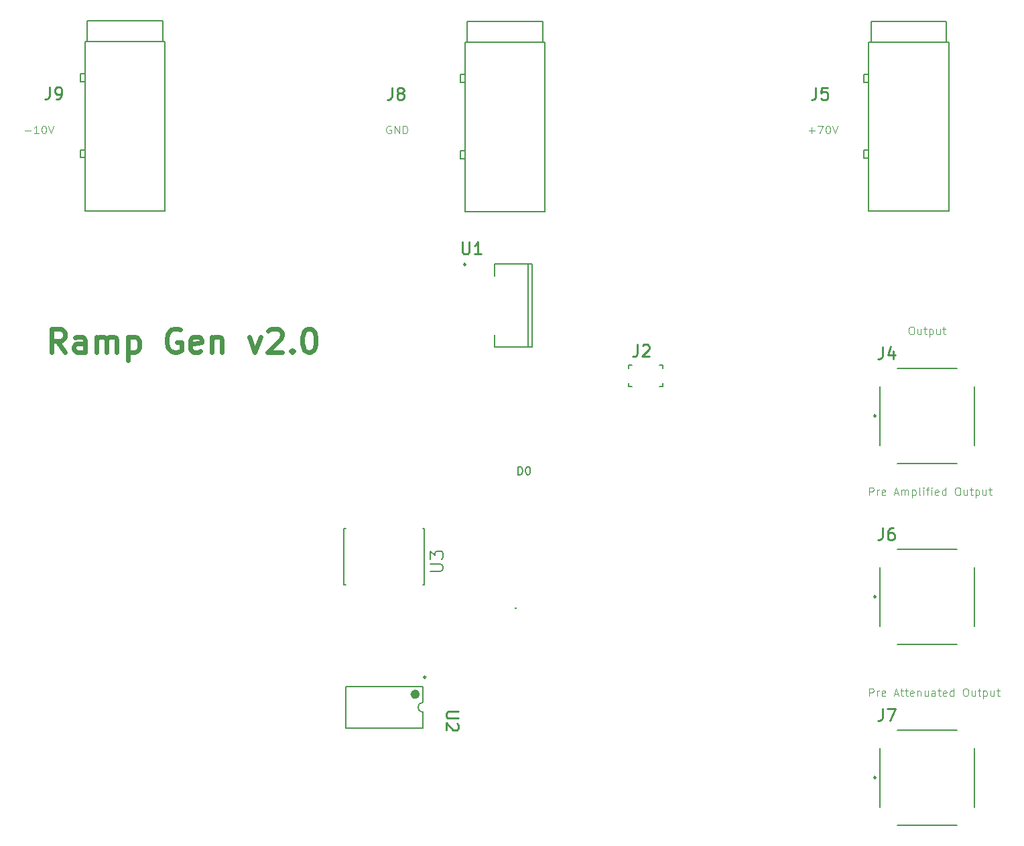
<source format=gbr>
%TF.GenerationSoftware,KiCad,Pcbnew,7.0.9*%
%TF.CreationDate,2024-01-29T17:49:06-08:00*%
%TF.ProjectId,V2_rampGen,56325f72-616d-4704-9765-6e2e6b696361,rev?*%
%TF.SameCoordinates,Original*%
%TF.FileFunction,Legend,Top*%
%TF.FilePolarity,Positive*%
%FSLAX46Y46*%
G04 Gerber Fmt 4.6, Leading zero omitted, Abs format (unit mm)*
G04 Created by KiCad (PCBNEW 7.0.9) date 2024-01-29 17:49:06*
%MOMM*%
%LPD*%
G01*
G04 APERTURE LIST*
%ADD10C,0.100000*%
%ADD11C,0.600000*%
%ADD12C,0.254000*%
%ADD13C,0.150000*%
%ADD14C,0.200000*%
%ADD15C,0.250000*%
%ADD16C,0.152400*%
G04 APERTURE END LIST*
D10*
X53643884Y-52831466D02*
X54405789Y-52831466D01*
X55405788Y-53212419D02*
X54834360Y-53212419D01*
X55120074Y-53212419D02*
X55120074Y-52212419D01*
X55120074Y-52212419D02*
X55024836Y-52355276D01*
X55024836Y-52355276D02*
X54929598Y-52450514D01*
X54929598Y-52450514D02*
X54834360Y-52498133D01*
X56024836Y-52212419D02*
X56120074Y-52212419D01*
X56120074Y-52212419D02*
X56215312Y-52260038D01*
X56215312Y-52260038D02*
X56262931Y-52307657D01*
X56262931Y-52307657D02*
X56310550Y-52402895D01*
X56310550Y-52402895D02*
X56358169Y-52593371D01*
X56358169Y-52593371D02*
X56358169Y-52831466D01*
X56358169Y-52831466D02*
X56310550Y-53021942D01*
X56310550Y-53021942D02*
X56262931Y-53117180D01*
X56262931Y-53117180D02*
X56215312Y-53164800D01*
X56215312Y-53164800D02*
X56120074Y-53212419D01*
X56120074Y-53212419D02*
X56024836Y-53212419D01*
X56024836Y-53212419D02*
X55929598Y-53164800D01*
X55929598Y-53164800D02*
X55881979Y-53117180D01*
X55881979Y-53117180D02*
X55834360Y-53021942D01*
X55834360Y-53021942D02*
X55786741Y-52831466D01*
X55786741Y-52831466D02*
X55786741Y-52593371D01*
X55786741Y-52593371D02*
X55834360Y-52402895D01*
X55834360Y-52402895D02*
X55881979Y-52307657D01*
X55881979Y-52307657D02*
X55929598Y-52260038D01*
X55929598Y-52260038D02*
X56024836Y-52212419D01*
X56643884Y-52212419D02*
X56977217Y-53212419D01*
X56977217Y-53212419D02*
X57310550Y-52212419D01*
X99887693Y-52260038D02*
X99792455Y-52212419D01*
X99792455Y-52212419D02*
X99649598Y-52212419D01*
X99649598Y-52212419D02*
X99506741Y-52260038D01*
X99506741Y-52260038D02*
X99411503Y-52355276D01*
X99411503Y-52355276D02*
X99363884Y-52450514D01*
X99363884Y-52450514D02*
X99316265Y-52640990D01*
X99316265Y-52640990D02*
X99316265Y-52783847D01*
X99316265Y-52783847D02*
X99363884Y-52974323D01*
X99363884Y-52974323D02*
X99411503Y-53069561D01*
X99411503Y-53069561D02*
X99506741Y-53164800D01*
X99506741Y-53164800D02*
X99649598Y-53212419D01*
X99649598Y-53212419D02*
X99744836Y-53212419D01*
X99744836Y-53212419D02*
X99887693Y-53164800D01*
X99887693Y-53164800D02*
X99935312Y-53117180D01*
X99935312Y-53117180D02*
X99935312Y-52783847D01*
X99935312Y-52783847D02*
X99744836Y-52783847D01*
X100363884Y-53212419D02*
X100363884Y-52212419D01*
X100363884Y-52212419D02*
X100935312Y-53212419D01*
X100935312Y-53212419D02*
X100935312Y-52212419D01*
X101411503Y-53212419D02*
X101411503Y-52212419D01*
X101411503Y-52212419D02*
X101649598Y-52212419D01*
X101649598Y-52212419D02*
X101792455Y-52260038D01*
X101792455Y-52260038D02*
X101887693Y-52355276D01*
X101887693Y-52355276D02*
X101935312Y-52450514D01*
X101935312Y-52450514D02*
X101982931Y-52640990D01*
X101982931Y-52640990D02*
X101982931Y-52783847D01*
X101982931Y-52783847D02*
X101935312Y-52974323D01*
X101935312Y-52974323D02*
X101887693Y-53069561D01*
X101887693Y-53069561D02*
X101792455Y-53164800D01*
X101792455Y-53164800D02*
X101649598Y-53212419D01*
X101649598Y-53212419D02*
X101411503Y-53212419D01*
X160323884Y-124332419D02*
X160323884Y-123332419D01*
X160323884Y-123332419D02*
X160704836Y-123332419D01*
X160704836Y-123332419D02*
X160800074Y-123380038D01*
X160800074Y-123380038D02*
X160847693Y-123427657D01*
X160847693Y-123427657D02*
X160895312Y-123522895D01*
X160895312Y-123522895D02*
X160895312Y-123665752D01*
X160895312Y-123665752D02*
X160847693Y-123760990D01*
X160847693Y-123760990D02*
X160800074Y-123808609D01*
X160800074Y-123808609D02*
X160704836Y-123856228D01*
X160704836Y-123856228D02*
X160323884Y-123856228D01*
X161323884Y-124332419D02*
X161323884Y-123665752D01*
X161323884Y-123856228D02*
X161371503Y-123760990D01*
X161371503Y-123760990D02*
X161419122Y-123713371D01*
X161419122Y-123713371D02*
X161514360Y-123665752D01*
X161514360Y-123665752D02*
X161609598Y-123665752D01*
X162323884Y-124284800D02*
X162228646Y-124332419D01*
X162228646Y-124332419D02*
X162038170Y-124332419D01*
X162038170Y-124332419D02*
X161942932Y-124284800D01*
X161942932Y-124284800D02*
X161895313Y-124189561D01*
X161895313Y-124189561D02*
X161895313Y-123808609D01*
X161895313Y-123808609D02*
X161942932Y-123713371D01*
X161942932Y-123713371D02*
X162038170Y-123665752D01*
X162038170Y-123665752D02*
X162228646Y-123665752D01*
X162228646Y-123665752D02*
X162323884Y-123713371D01*
X162323884Y-123713371D02*
X162371503Y-123808609D01*
X162371503Y-123808609D02*
X162371503Y-123903847D01*
X162371503Y-123903847D02*
X161895313Y-123999085D01*
X163514361Y-124046704D02*
X163990551Y-124046704D01*
X163419123Y-124332419D02*
X163752456Y-123332419D01*
X163752456Y-123332419D02*
X164085789Y-124332419D01*
X164276266Y-123665752D02*
X164657218Y-123665752D01*
X164419123Y-123332419D02*
X164419123Y-124189561D01*
X164419123Y-124189561D02*
X164466742Y-124284800D01*
X164466742Y-124284800D02*
X164561980Y-124332419D01*
X164561980Y-124332419D02*
X164657218Y-124332419D01*
X164847695Y-123665752D02*
X165228647Y-123665752D01*
X164990552Y-123332419D02*
X164990552Y-124189561D01*
X164990552Y-124189561D02*
X165038171Y-124284800D01*
X165038171Y-124284800D02*
X165133409Y-124332419D01*
X165133409Y-124332419D02*
X165228647Y-124332419D01*
X165942933Y-124284800D02*
X165847695Y-124332419D01*
X165847695Y-124332419D02*
X165657219Y-124332419D01*
X165657219Y-124332419D02*
X165561981Y-124284800D01*
X165561981Y-124284800D02*
X165514362Y-124189561D01*
X165514362Y-124189561D02*
X165514362Y-123808609D01*
X165514362Y-123808609D02*
X165561981Y-123713371D01*
X165561981Y-123713371D02*
X165657219Y-123665752D01*
X165657219Y-123665752D02*
X165847695Y-123665752D01*
X165847695Y-123665752D02*
X165942933Y-123713371D01*
X165942933Y-123713371D02*
X165990552Y-123808609D01*
X165990552Y-123808609D02*
X165990552Y-123903847D01*
X165990552Y-123903847D02*
X165514362Y-123999085D01*
X166419124Y-123665752D02*
X166419124Y-124332419D01*
X166419124Y-123760990D02*
X166466743Y-123713371D01*
X166466743Y-123713371D02*
X166561981Y-123665752D01*
X166561981Y-123665752D02*
X166704838Y-123665752D01*
X166704838Y-123665752D02*
X166800076Y-123713371D01*
X166800076Y-123713371D02*
X166847695Y-123808609D01*
X166847695Y-123808609D02*
X166847695Y-124332419D01*
X167752457Y-123665752D02*
X167752457Y-124332419D01*
X167323886Y-123665752D02*
X167323886Y-124189561D01*
X167323886Y-124189561D02*
X167371505Y-124284800D01*
X167371505Y-124284800D02*
X167466743Y-124332419D01*
X167466743Y-124332419D02*
X167609600Y-124332419D01*
X167609600Y-124332419D02*
X167704838Y-124284800D01*
X167704838Y-124284800D02*
X167752457Y-124237180D01*
X168657219Y-124332419D02*
X168657219Y-123808609D01*
X168657219Y-123808609D02*
X168609600Y-123713371D01*
X168609600Y-123713371D02*
X168514362Y-123665752D01*
X168514362Y-123665752D02*
X168323886Y-123665752D01*
X168323886Y-123665752D02*
X168228648Y-123713371D01*
X168657219Y-124284800D02*
X168561981Y-124332419D01*
X168561981Y-124332419D02*
X168323886Y-124332419D01*
X168323886Y-124332419D02*
X168228648Y-124284800D01*
X168228648Y-124284800D02*
X168181029Y-124189561D01*
X168181029Y-124189561D02*
X168181029Y-124094323D01*
X168181029Y-124094323D02*
X168228648Y-123999085D01*
X168228648Y-123999085D02*
X168323886Y-123951466D01*
X168323886Y-123951466D02*
X168561981Y-123951466D01*
X168561981Y-123951466D02*
X168657219Y-123903847D01*
X168990553Y-123665752D02*
X169371505Y-123665752D01*
X169133410Y-123332419D02*
X169133410Y-124189561D01*
X169133410Y-124189561D02*
X169181029Y-124284800D01*
X169181029Y-124284800D02*
X169276267Y-124332419D01*
X169276267Y-124332419D02*
X169371505Y-124332419D01*
X170085791Y-124284800D02*
X169990553Y-124332419D01*
X169990553Y-124332419D02*
X169800077Y-124332419D01*
X169800077Y-124332419D02*
X169704839Y-124284800D01*
X169704839Y-124284800D02*
X169657220Y-124189561D01*
X169657220Y-124189561D02*
X169657220Y-123808609D01*
X169657220Y-123808609D02*
X169704839Y-123713371D01*
X169704839Y-123713371D02*
X169800077Y-123665752D01*
X169800077Y-123665752D02*
X169990553Y-123665752D01*
X169990553Y-123665752D02*
X170085791Y-123713371D01*
X170085791Y-123713371D02*
X170133410Y-123808609D01*
X170133410Y-123808609D02*
X170133410Y-123903847D01*
X170133410Y-123903847D02*
X169657220Y-123999085D01*
X170990553Y-124332419D02*
X170990553Y-123332419D01*
X170990553Y-124284800D02*
X170895315Y-124332419D01*
X170895315Y-124332419D02*
X170704839Y-124332419D01*
X170704839Y-124332419D02*
X170609601Y-124284800D01*
X170609601Y-124284800D02*
X170561982Y-124237180D01*
X170561982Y-124237180D02*
X170514363Y-124141942D01*
X170514363Y-124141942D02*
X170514363Y-123856228D01*
X170514363Y-123856228D02*
X170561982Y-123760990D01*
X170561982Y-123760990D02*
X170609601Y-123713371D01*
X170609601Y-123713371D02*
X170704839Y-123665752D01*
X170704839Y-123665752D02*
X170895315Y-123665752D01*
X170895315Y-123665752D02*
X170990553Y-123713371D01*
X172419125Y-123332419D02*
X172609601Y-123332419D01*
X172609601Y-123332419D02*
X172704839Y-123380038D01*
X172704839Y-123380038D02*
X172800077Y-123475276D01*
X172800077Y-123475276D02*
X172847696Y-123665752D01*
X172847696Y-123665752D02*
X172847696Y-123999085D01*
X172847696Y-123999085D02*
X172800077Y-124189561D01*
X172800077Y-124189561D02*
X172704839Y-124284800D01*
X172704839Y-124284800D02*
X172609601Y-124332419D01*
X172609601Y-124332419D02*
X172419125Y-124332419D01*
X172419125Y-124332419D02*
X172323887Y-124284800D01*
X172323887Y-124284800D02*
X172228649Y-124189561D01*
X172228649Y-124189561D02*
X172181030Y-123999085D01*
X172181030Y-123999085D02*
X172181030Y-123665752D01*
X172181030Y-123665752D02*
X172228649Y-123475276D01*
X172228649Y-123475276D02*
X172323887Y-123380038D01*
X172323887Y-123380038D02*
X172419125Y-123332419D01*
X173704839Y-123665752D02*
X173704839Y-124332419D01*
X173276268Y-123665752D02*
X173276268Y-124189561D01*
X173276268Y-124189561D02*
X173323887Y-124284800D01*
X173323887Y-124284800D02*
X173419125Y-124332419D01*
X173419125Y-124332419D02*
X173561982Y-124332419D01*
X173561982Y-124332419D02*
X173657220Y-124284800D01*
X173657220Y-124284800D02*
X173704839Y-124237180D01*
X174038173Y-123665752D02*
X174419125Y-123665752D01*
X174181030Y-123332419D02*
X174181030Y-124189561D01*
X174181030Y-124189561D02*
X174228649Y-124284800D01*
X174228649Y-124284800D02*
X174323887Y-124332419D01*
X174323887Y-124332419D02*
X174419125Y-124332419D01*
X174752459Y-123665752D02*
X174752459Y-124665752D01*
X174752459Y-123713371D02*
X174847697Y-123665752D01*
X174847697Y-123665752D02*
X175038173Y-123665752D01*
X175038173Y-123665752D02*
X175133411Y-123713371D01*
X175133411Y-123713371D02*
X175181030Y-123760990D01*
X175181030Y-123760990D02*
X175228649Y-123856228D01*
X175228649Y-123856228D02*
X175228649Y-124141942D01*
X175228649Y-124141942D02*
X175181030Y-124237180D01*
X175181030Y-124237180D02*
X175133411Y-124284800D01*
X175133411Y-124284800D02*
X175038173Y-124332419D01*
X175038173Y-124332419D02*
X174847697Y-124332419D01*
X174847697Y-124332419D02*
X174752459Y-124284800D01*
X176085792Y-123665752D02*
X176085792Y-124332419D01*
X175657221Y-123665752D02*
X175657221Y-124189561D01*
X175657221Y-124189561D02*
X175704840Y-124284800D01*
X175704840Y-124284800D02*
X175800078Y-124332419D01*
X175800078Y-124332419D02*
X175942935Y-124332419D01*
X175942935Y-124332419D02*
X176038173Y-124284800D01*
X176038173Y-124284800D02*
X176085792Y-124237180D01*
X176419126Y-123665752D02*
X176800078Y-123665752D01*
X176561983Y-123332419D02*
X176561983Y-124189561D01*
X176561983Y-124189561D02*
X176609602Y-124284800D01*
X176609602Y-124284800D02*
X176704840Y-124332419D01*
X176704840Y-124332419D02*
X176800078Y-124332419D01*
X160323884Y-98932419D02*
X160323884Y-97932419D01*
X160323884Y-97932419D02*
X160704836Y-97932419D01*
X160704836Y-97932419D02*
X160800074Y-97980038D01*
X160800074Y-97980038D02*
X160847693Y-98027657D01*
X160847693Y-98027657D02*
X160895312Y-98122895D01*
X160895312Y-98122895D02*
X160895312Y-98265752D01*
X160895312Y-98265752D02*
X160847693Y-98360990D01*
X160847693Y-98360990D02*
X160800074Y-98408609D01*
X160800074Y-98408609D02*
X160704836Y-98456228D01*
X160704836Y-98456228D02*
X160323884Y-98456228D01*
X161323884Y-98932419D02*
X161323884Y-98265752D01*
X161323884Y-98456228D02*
X161371503Y-98360990D01*
X161371503Y-98360990D02*
X161419122Y-98313371D01*
X161419122Y-98313371D02*
X161514360Y-98265752D01*
X161514360Y-98265752D02*
X161609598Y-98265752D01*
X162323884Y-98884800D02*
X162228646Y-98932419D01*
X162228646Y-98932419D02*
X162038170Y-98932419D01*
X162038170Y-98932419D02*
X161942932Y-98884800D01*
X161942932Y-98884800D02*
X161895313Y-98789561D01*
X161895313Y-98789561D02*
X161895313Y-98408609D01*
X161895313Y-98408609D02*
X161942932Y-98313371D01*
X161942932Y-98313371D02*
X162038170Y-98265752D01*
X162038170Y-98265752D02*
X162228646Y-98265752D01*
X162228646Y-98265752D02*
X162323884Y-98313371D01*
X162323884Y-98313371D02*
X162371503Y-98408609D01*
X162371503Y-98408609D02*
X162371503Y-98503847D01*
X162371503Y-98503847D02*
X161895313Y-98599085D01*
X163514361Y-98646704D02*
X163990551Y-98646704D01*
X163419123Y-98932419D02*
X163752456Y-97932419D01*
X163752456Y-97932419D02*
X164085789Y-98932419D01*
X164419123Y-98932419D02*
X164419123Y-98265752D01*
X164419123Y-98360990D02*
X164466742Y-98313371D01*
X164466742Y-98313371D02*
X164561980Y-98265752D01*
X164561980Y-98265752D02*
X164704837Y-98265752D01*
X164704837Y-98265752D02*
X164800075Y-98313371D01*
X164800075Y-98313371D02*
X164847694Y-98408609D01*
X164847694Y-98408609D02*
X164847694Y-98932419D01*
X164847694Y-98408609D02*
X164895313Y-98313371D01*
X164895313Y-98313371D02*
X164990551Y-98265752D01*
X164990551Y-98265752D02*
X165133408Y-98265752D01*
X165133408Y-98265752D02*
X165228647Y-98313371D01*
X165228647Y-98313371D02*
X165276266Y-98408609D01*
X165276266Y-98408609D02*
X165276266Y-98932419D01*
X165752456Y-98265752D02*
X165752456Y-99265752D01*
X165752456Y-98313371D02*
X165847694Y-98265752D01*
X165847694Y-98265752D02*
X166038170Y-98265752D01*
X166038170Y-98265752D02*
X166133408Y-98313371D01*
X166133408Y-98313371D02*
X166181027Y-98360990D01*
X166181027Y-98360990D02*
X166228646Y-98456228D01*
X166228646Y-98456228D02*
X166228646Y-98741942D01*
X166228646Y-98741942D02*
X166181027Y-98837180D01*
X166181027Y-98837180D02*
X166133408Y-98884800D01*
X166133408Y-98884800D02*
X166038170Y-98932419D01*
X166038170Y-98932419D02*
X165847694Y-98932419D01*
X165847694Y-98932419D02*
X165752456Y-98884800D01*
X166800075Y-98932419D02*
X166704837Y-98884800D01*
X166704837Y-98884800D02*
X166657218Y-98789561D01*
X166657218Y-98789561D02*
X166657218Y-97932419D01*
X167181028Y-98932419D02*
X167181028Y-98265752D01*
X167181028Y-97932419D02*
X167133409Y-97980038D01*
X167133409Y-97980038D02*
X167181028Y-98027657D01*
X167181028Y-98027657D02*
X167228647Y-97980038D01*
X167228647Y-97980038D02*
X167181028Y-97932419D01*
X167181028Y-97932419D02*
X167181028Y-98027657D01*
X167514361Y-98265752D02*
X167895313Y-98265752D01*
X167657218Y-98932419D02*
X167657218Y-98075276D01*
X167657218Y-98075276D02*
X167704837Y-97980038D01*
X167704837Y-97980038D02*
X167800075Y-97932419D01*
X167800075Y-97932419D02*
X167895313Y-97932419D01*
X168228647Y-98932419D02*
X168228647Y-98265752D01*
X168228647Y-97932419D02*
X168181028Y-97980038D01*
X168181028Y-97980038D02*
X168228647Y-98027657D01*
X168228647Y-98027657D02*
X168276266Y-97980038D01*
X168276266Y-97980038D02*
X168228647Y-97932419D01*
X168228647Y-97932419D02*
X168228647Y-98027657D01*
X169085789Y-98884800D02*
X168990551Y-98932419D01*
X168990551Y-98932419D02*
X168800075Y-98932419D01*
X168800075Y-98932419D02*
X168704837Y-98884800D01*
X168704837Y-98884800D02*
X168657218Y-98789561D01*
X168657218Y-98789561D02*
X168657218Y-98408609D01*
X168657218Y-98408609D02*
X168704837Y-98313371D01*
X168704837Y-98313371D02*
X168800075Y-98265752D01*
X168800075Y-98265752D02*
X168990551Y-98265752D01*
X168990551Y-98265752D02*
X169085789Y-98313371D01*
X169085789Y-98313371D02*
X169133408Y-98408609D01*
X169133408Y-98408609D02*
X169133408Y-98503847D01*
X169133408Y-98503847D02*
X168657218Y-98599085D01*
X169990551Y-98932419D02*
X169990551Y-97932419D01*
X169990551Y-98884800D02*
X169895313Y-98932419D01*
X169895313Y-98932419D02*
X169704837Y-98932419D01*
X169704837Y-98932419D02*
X169609599Y-98884800D01*
X169609599Y-98884800D02*
X169561980Y-98837180D01*
X169561980Y-98837180D02*
X169514361Y-98741942D01*
X169514361Y-98741942D02*
X169514361Y-98456228D01*
X169514361Y-98456228D02*
X169561980Y-98360990D01*
X169561980Y-98360990D02*
X169609599Y-98313371D01*
X169609599Y-98313371D02*
X169704837Y-98265752D01*
X169704837Y-98265752D02*
X169895313Y-98265752D01*
X169895313Y-98265752D02*
X169990551Y-98313371D01*
X171419123Y-97932419D02*
X171609599Y-97932419D01*
X171609599Y-97932419D02*
X171704837Y-97980038D01*
X171704837Y-97980038D02*
X171800075Y-98075276D01*
X171800075Y-98075276D02*
X171847694Y-98265752D01*
X171847694Y-98265752D02*
X171847694Y-98599085D01*
X171847694Y-98599085D02*
X171800075Y-98789561D01*
X171800075Y-98789561D02*
X171704837Y-98884800D01*
X171704837Y-98884800D02*
X171609599Y-98932419D01*
X171609599Y-98932419D02*
X171419123Y-98932419D01*
X171419123Y-98932419D02*
X171323885Y-98884800D01*
X171323885Y-98884800D02*
X171228647Y-98789561D01*
X171228647Y-98789561D02*
X171181028Y-98599085D01*
X171181028Y-98599085D02*
X171181028Y-98265752D01*
X171181028Y-98265752D02*
X171228647Y-98075276D01*
X171228647Y-98075276D02*
X171323885Y-97980038D01*
X171323885Y-97980038D02*
X171419123Y-97932419D01*
X172704837Y-98265752D02*
X172704837Y-98932419D01*
X172276266Y-98265752D02*
X172276266Y-98789561D01*
X172276266Y-98789561D02*
X172323885Y-98884800D01*
X172323885Y-98884800D02*
X172419123Y-98932419D01*
X172419123Y-98932419D02*
X172561980Y-98932419D01*
X172561980Y-98932419D02*
X172657218Y-98884800D01*
X172657218Y-98884800D02*
X172704837Y-98837180D01*
X173038171Y-98265752D02*
X173419123Y-98265752D01*
X173181028Y-97932419D02*
X173181028Y-98789561D01*
X173181028Y-98789561D02*
X173228647Y-98884800D01*
X173228647Y-98884800D02*
X173323885Y-98932419D01*
X173323885Y-98932419D02*
X173419123Y-98932419D01*
X173752457Y-98265752D02*
X173752457Y-99265752D01*
X173752457Y-98313371D02*
X173847695Y-98265752D01*
X173847695Y-98265752D02*
X174038171Y-98265752D01*
X174038171Y-98265752D02*
X174133409Y-98313371D01*
X174133409Y-98313371D02*
X174181028Y-98360990D01*
X174181028Y-98360990D02*
X174228647Y-98456228D01*
X174228647Y-98456228D02*
X174228647Y-98741942D01*
X174228647Y-98741942D02*
X174181028Y-98837180D01*
X174181028Y-98837180D02*
X174133409Y-98884800D01*
X174133409Y-98884800D02*
X174038171Y-98932419D01*
X174038171Y-98932419D02*
X173847695Y-98932419D01*
X173847695Y-98932419D02*
X173752457Y-98884800D01*
X175085790Y-98265752D02*
X175085790Y-98932419D01*
X174657219Y-98265752D02*
X174657219Y-98789561D01*
X174657219Y-98789561D02*
X174704838Y-98884800D01*
X174704838Y-98884800D02*
X174800076Y-98932419D01*
X174800076Y-98932419D02*
X174942933Y-98932419D01*
X174942933Y-98932419D02*
X175038171Y-98884800D01*
X175038171Y-98884800D02*
X175085790Y-98837180D01*
X175419124Y-98265752D02*
X175800076Y-98265752D01*
X175561981Y-97932419D02*
X175561981Y-98789561D01*
X175561981Y-98789561D02*
X175609600Y-98884800D01*
X175609600Y-98884800D02*
X175704838Y-98932419D01*
X175704838Y-98932419D02*
X175800076Y-98932419D01*
X152703884Y-52831466D02*
X153465789Y-52831466D01*
X153084836Y-53212419D02*
X153084836Y-52450514D01*
X153846741Y-52212419D02*
X154513407Y-52212419D01*
X154513407Y-52212419D02*
X154084836Y-53212419D01*
X155084836Y-52212419D02*
X155180074Y-52212419D01*
X155180074Y-52212419D02*
X155275312Y-52260038D01*
X155275312Y-52260038D02*
X155322931Y-52307657D01*
X155322931Y-52307657D02*
X155370550Y-52402895D01*
X155370550Y-52402895D02*
X155418169Y-52593371D01*
X155418169Y-52593371D02*
X155418169Y-52831466D01*
X155418169Y-52831466D02*
X155370550Y-53021942D01*
X155370550Y-53021942D02*
X155322931Y-53117180D01*
X155322931Y-53117180D02*
X155275312Y-53164800D01*
X155275312Y-53164800D02*
X155180074Y-53212419D01*
X155180074Y-53212419D02*
X155084836Y-53212419D01*
X155084836Y-53212419D02*
X154989598Y-53164800D01*
X154989598Y-53164800D02*
X154941979Y-53117180D01*
X154941979Y-53117180D02*
X154894360Y-53021942D01*
X154894360Y-53021942D02*
X154846741Y-52831466D01*
X154846741Y-52831466D02*
X154846741Y-52593371D01*
X154846741Y-52593371D02*
X154894360Y-52402895D01*
X154894360Y-52402895D02*
X154941979Y-52307657D01*
X154941979Y-52307657D02*
X154989598Y-52260038D01*
X154989598Y-52260038D02*
X155084836Y-52212419D01*
X155703884Y-52212419D02*
X156037217Y-53212419D01*
X156037217Y-53212419D02*
X156370550Y-52212419D01*
X165594360Y-77612419D02*
X165784836Y-77612419D01*
X165784836Y-77612419D02*
X165880074Y-77660038D01*
X165880074Y-77660038D02*
X165975312Y-77755276D01*
X165975312Y-77755276D02*
X166022931Y-77945752D01*
X166022931Y-77945752D02*
X166022931Y-78279085D01*
X166022931Y-78279085D02*
X165975312Y-78469561D01*
X165975312Y-78469561D02*
X165880074Y-78564800D01*
X165880074Y-78564800D02*
X165784836Y-78612419D01*
X165784836Y-78612419D02*
X165594360Y-78612419D01*
X165594360Y-78612419D02*
X165499122Y-78564800D01*
X165499122Y-78564800D02*
X165403884Y-78469561D01*
X165403884Y-78469561D02*
X165356265Y-78279085D01*
X165356265Y-78279085D02*
X165356265Y-77945752D01*
X165356265Y-77945752D02*
X165403884Y-77755276D01*
X165403884Y-77755276D02*
X165499122Y-77660038D01*
X165499122Y-77660038D02*
X165594360Y-77612419D01*
X166880074Y-77945752D02*
X166880074Y-78612419D01*
X166451503Y-77945752D02*
X166451503Y-78469561D01*
X166451503Y-78469561D02*
X166499122Y-78564800D01*
X166499122Y-78564800D02*
X166594360Y-78612419D01*
X166594360Y-78612419D02*
X166737217Y-78612419D01*
X166737217Y-78612419D02*
X166832455Y-78564800D01*
X166832455Y-78564800D02*
X166880074Y-78517180D01*
X167213408Y-77945752D02*
X167594360Y-77945752D01*
X167356265Y-77612419D02*
X167356265Y-78469561D01*
X167356265Y-78469561D02*
X167403884Y-78564800D01*
X167403884Y-78564800D02*
X167499122Y-78612419D01*
X167499122Y-78612419D02*
X167594360Y-78612419D01*
X167927694Y-77945752D02*
X167927694Y-78945752D01*
X167927694Y-77993371D02*
X168022932Y-77945752D01*
X168022932Y-77945752D02*
X168213408Y-77945752D01*
X168213408Y-77945752D02*
X168308646Y-77993371D01*
X168308646Y-77993371D02*
X168356265Y-78040990D01*
X168356265Y-78040990D02*
X168403884Y-78136228D01*
X168403884Y-78136228D02*
X168403884Y-78421942D01*
X168403884Y-78421942D02*
X168356265Y-78517180D01*
X168356265Y-78517180D02*
X168308646Y-78564800D01*
X168308646Y-78564800D02*
X168213408Y-78612419D01*
X168213408Y-78612419D02*
X168022932Y-78612419D01*
X168022932Y-78612419D02*
X167927694Y-78564800D01*
X169261027Y-77945752D02*
X169261027Y-78612419D01*
X168832456Y-77945752D02*
X168832456Y-78469561D01*
X168832456Y-78469561D02*
X168880075Y-78564800D01*
X168880075Y-78564800D02*
X168975313Y-78612419D01*
X168975313Y-78612419D02*
X169118170Y-78612419D01*
X169118170Y-78612419D02*
X169213408Y-78564800D01*
X169213408Y-78564800D02*
X169261027Y-78517180D01*
X169594361Y-77945752D02*
X169975313Y-77945752D01*
X169737218Y-77612419D02*
X169737218Y-78469561D01*
X169737218Y-78469561D02*
X169784837Y-78564800D01*
X169784837Y-78564800D02*
X169880075Y-78612419D01*
X169880075Y-78612419D02*
X169975313Y-78612419D01*
D11*
X58703307Y-80881657D02*
X57703307Y-79453085D01*
X56989021Y-80881657D02*
X56989021Y-77881657D01*
X56989021Y-77881657D02*
X58131878Y-77881657D01*
X58131878Y-77881657D02*
X58417593Y-78024514D01*
X58417593Y-78024514D02*
X58560450Y-78167371D01*
X58560450Y-78167371D02*
X58703307Y-78453085D01*
X58703307Y-78453085D02*
X58703307Y-78881657D01*
X58703307Y-78881657D02*
X58560450Y-79167371D01*
X58560450Y-79167371D02*
X58417593Y-79310228D01*
X58417593Y-79310228D02*
X58131878Y-79453085D01*
X58131878Y-79453085D02*
X56989021Y-79453085D01*
X61274736Y-80881657D02*
X61274736Y-79310228D01*
X61274736Y-79310228D02*
X61131878Y-79024514D01*
X61131878Y-79024514D02*
X60846164Y-78881657D01*
X60846164Y-78881657D02*
X60274736Y-78881657D01*
X60274736Y-78881657D02*
X59989021Y-79024514D01*
X61274736Y-80738800D02*
X60989021Y-80881657D01*
X60989021Y-80881657D02*
X60274736Y-80881657D01*
X60274736Y-80881657D02*
X59989021Y-80738800D01*
X59989021Y-80738800D02*
X59846164Y-80453085D01*
X59846164Y-80453085D02*
X59846164Y-80167371D01*
X59846164Y-80167371D02*
X59989021Y-79881657D01*
X59989021Y-79881657D02*
X60274736Y-79738800D01*
X60274736Y-79738800D02*
X60989021Y-79738800D01*
X60989021Y-79738800D02*
X61274736Y-79595942D01*
X62703307Y-80881657D02*
X62703307Y-78881657D01*
X62703307Y-79167371D02*
X62846164Y-79024514D01*
X62846164Y-79024514D02*
X63131879Y-78881657D01*
X63131879Y-78881657D02*
X63560450Y-78881657D01*
X63560450Y-78881657D02*
X63846164Y-79024514D01*
X63846164Y-79024514D02*
X63989022Y-79310228D01*
X63989022Y-79310228D02*
X63989022Y-80881657D01*
X63989022Y-79310228D02*
X64131879Y-79024514D01*
X64131879Y-79024514D02*
X64417593Y-78881657D01*
X64417593Y-78881657D02*
X64846164Y-78881657D01*
X64846164Y-78881657D02*
X65131879Y-79024514D01*
X65131879Y-79024514D02*
X65274736Y-79310228D01*
X65274736Y-79310228D02*
X65274736Y-80881657D01*
X66703307Y-78881657D02*
X66703307Y-81881657D01*
X66703307Y-79024514D02*
X66989022Y-78881657D01*
X66989022Y-78881657D02*
X67560450Y-78881657D01*
X67560450Y-78881657D02*
X67846164Y-79024514D01*
X67846164Y-79024514D02*
X67989022Y-79167371D01*
X67989022Y-79167371D02*
X68131879Y-79453085D01*
X68131879Y-79453085D02*
X68131879Y-80310228D01*
X68131879Y-80310228D02*
X67989022Y-80595942D01*
X67989022Y-80595942D02*
X67846164Y-80738800D01*
X67846164Y-80738800D02*
X67560450Y-80881657D01*
X67560450Y-80881657D02*
X66989022Y-80881657D01*
X66989022Y-80881657D02*
X66703307Y-80738800D01*
X73274736Y-78024514D02*
X72989022Y-77881657D01*
X72989022Y-77881657D02*
X72560450Y-77881657D01*
X72560450Y-77881657D02*
X72131879Y-78024514D01*
X72131879Y-78024514D02*
X71846164Y-78310228D01*
X71846164Y-78310228D02*
X71703307Y-78595942D01*
X71703307Y-78595942D02*
X71560450Y-79167371D01*
X71560450Y-79167371D02*
X71560450Y-79595942D01*
X71560450Y-79595942D02*
X71703307Y-80167371D01*
X71703307Y-80167371D02*
X71846164Y-80453085D01*
X71846164Y-80453085D02*
X72131879Y-80738800D01*
X72131879Y-80738800D02*
X72560450Y-80881657D01*
X72560450Y-80881657D02*
X72846164Y-80881657D01*
X72846164Y-80881657D02*
X73274736Y-80738800D01*
X73274736Y-80738800D02*
X73417593Y-80595942D01*
X73417593Y-80595942D02*
X73417593Y-79595942D01*
X73417593Y-79595942D02*
X72846164Y-79595942D01*
X75846164Y-80738800D02*
X75560450Y-80881657D01*
X75560450Y-80881657D02*
X74989022Y-80881657D01*
X74989022Y-80881657D02*
X74703307Y-80738800D01*
X74703307Y-80738800D02*
X74560450Y-80453085D01*
X74560450Y-80453085D02*
X74560450Y-79310228D01*
X74560450Y-79310228D02*
X74703307Y-79024514D01*
X74703307Y-79024514D02*
X74989022Y-78881657D01*
X74989022Y-78881657D02*
X75560450Y-78881657D01*
X75560450Y-78881657D02*
X75846164Y-79024514D01*
X75846164Y-79024514D02*
X75989022Y-79310228D01*
X75989022Y-79310228D02*
X75989022Y-79595942D01*
X75989022Y-79595942D02*
X74560450Y-79881657D01*
X77274736Y-78881657D02*
X77274736Y-80881657D01*
X77274736Y-79167371D02*
X77417593Y-79024514D01*
X77417593Y-79024514D02*
X77703308Y-78881657D01*
X77703308Y-78881657D02*
X78131879Y-78881657D01*
X78131879Y-78881657D02*
X78417593Y-79024514D01*
X78417593Y-79024514D02*
X78560451Y-79310228D01*
X78560451Y-79310228D02*
X78560451Y-80881657D01*
X81989022Y-78881657D02*
X82703308Y-80881657D01*
X82703308Y-80881657D02*
X83417593Y-78881657D01*
X84417593Y-78167371D02*
X84560450Y-78024514D01*
X84560450Y-78024514D02*
X84846165Y-77881657D01*
X84846165Y-77881657D02*
X85560450Y-77881657D01*
X85560450Y-77881657D02*
X85846165Y-78024514D01*
X85846165Y-78024514D02*
X85989022Y-78167371D01*
X85989022Y-78167371D02*
X86131879Y-78453085D01*
X86131879Y-78453085D02*
X86131879Y-78738800D01*
X86131879Y-78738800D02*
X85989022Y-79167371D01*
X85989022Y-79167371D02*
X84274736Y-80881657D01*
X84274736Y-80881657D02*
X86131879Y-80881657D01*
X87417593Y-80595942D02*
X87560450Y-80738800D01*
X87560450Y-80738800D02*
X87417593Y-80881657D01*
X87417593Y-80881657D02*
X87274736Y-80738800D01*
X87274736Y-80738800D02*
X87417593Y-80595942D01*
X87417593Y-80595942D02*
X87417593Y-80881657D01*
X89417593Y-77881657D02*
X89703307Y-77881657D01*
X89703307Y-77881657D02*
X89989021Y-78024514D01*
X89989021Y-78024514D02*
X90131879Y-78167371D01*
X90131879Y-78167371D02*
X90274736Y-78453085D01*
X90274736Y-78453085D02*
X90417593Y-79024514D01*
X90417593Y-79024514D02*
X90417593Y-79738800D01*
X90417593Y-79738800D02*
X90274736Y-80310228D01*
X90274736Y-80310228D02*
X90131879Y-80595942D01*
X90131879Y-80595942D02*
X89989021Y-80738800D01*
X89989021Y-80738800D02*
X89703307Y-80881657D01*
X89703307Y-80881657D02*
X89417593Y-80881657D01*
X89417593Y-80881657D02*
X89131879Y-80738800D01*
X89131879Y-80738800D02*
X88989021Y-80595942D01*
X88989021Y-80595942D02*
X88846164Y-80310228D01*
X88846164Y-80310228D02*
X88703307Y-79738800D01*
X88703307Y-79738800D02*
X88703307Y-79024514D01*
X88703307Y-79024514D02*
X88846164Y-78453085D01*
X88846164Y-78453085D02*
X88989021Y-78167371D01*
X88989021Y-78167371D02*
X89131879Y-78024514D01*
X89131879Y-78024514D02*
X89417593Y-77881657D01*
D12*
X100025390Y-47419616D02*
X100025390Y-48508187D01*
X100025390Y-48508187D02*
X99952819Y-48725902D01*
X99952819Y-48725902D02*
X99807676Y-48871045D01*
X99807676Y-48871045D02*
X99589962Y-48943616D01*
X99589962Y-48943616D02*
X99444819Y-48943616D01*
X100968819Y-48072759D02*
X100823676Y-48000187D01*
X100823676Y-48000187D02*
X100751105Y-47927616D01*
X100751105Y-47927616D02*
X100678533Y-47782473D01*
X100678533Y-47782473D02*
X100678533Y-47709902D01*
X100678533Y-47709902D02*
X100751105Y-47564759D01*
X100751105Y-47564759D02*
X100823676Y-47492187D01*
X100823676Y-47492187D02*
X100968819Y-47419616D01*
X100968819Y-47419616D02*
X101259105Y-47419616D01*
X101259105Y-47419616D02*
X101404248Y-47492187D01*
X101404248Y-47492187D02*
X101476819Y-47564759D01*
X101476819Y-47564759D02*
X101549390Y-47709902D01*
X101549390Y-47709902D02*
X101549390Y-47782473D01*
X101549390Y-47782473D02*
X101476819Y-47927616D01*
X101476819Y-47927616D02*
X101404248Y-48000187D01*
X101404248Y-48000187D02*
X101259105Y-48072759D01*
X101259105Y-48072759D02*
X100968819Y-48072759D01*
X100968819Y-48072759D02*
X100823676Y-48145330D01*
X100823676Y-48145330D02*
X100751105Y-48217902D01*
X100751105Y-48217902D02*
X100678533Y-48363045D01*
X100678533Y-48363045D02*
X100678533Y-48653330D01*
X100678533Y-48653330D02*
X100751105Y-48798473D01*
X100751105Y-48798473D02*
X100823676Y-48871045D01*
X100823676Y-48871045D02*
X100968819Y-48943616D01*
X100968819Y-48943616D02*
X101259105Y-48943616D01*
X101259105Y-48943616D02*
X101404248Y-48871045D01*
X101404248Y-48871045D02*
X101476819Y-48798473D01*
X101476819Y-48798473D02*
X101549390Y-48653330D01*
X101549390Y-48653330D02*
X101549390Y-48363045D01*
X101549390Y-48363045D02*
X101476819Y-48217902D01*
X101476819Y-48217902D02*
X101404248Y-48145330D01*
X101404248Y-48145330D02*
X101259105Y-48072759D01*
X56802643Y-47327187D02*
X56802643Y-48415758D01*
X56802643Y-48415758D02*
X56730072Y-48633473D01*
X56730072Y-48633473D02*
X56584929Y-48778616D01*
X56584929Y-48778616D02*
X56367215Y-48851187D01*
X56367215Y-48851187D02*
X56222072Y-48851187D01*
X57600929Y-48851187D02*
X57891215Y-48851187D01*
X57891215Y-48851187D02*
X58036358Y-48778616D01*
X58036358Y-48778616D02*
X58108929Y-48706044D01*
X58108929Y-48706044D02*
X58254072Y-48488330D01*
X58254072Y-48488330D02*
X58326643Y-48198044D01*
X58326643Y-48198044D02*
X58326643Y-47617473D01*
X58326643Y-47617473D02*
X58254072Y-47472330D01*
X58254072Y-47472330D02*
X58181501Y-47399758D01*
X58181501Y-47399758D02*
X58036358Y-47327187D01*
X58036358Y-47327187D02*
X57746072Y-47327187D01*
X57746072Y-47327187D02*
X57600929Y-47399758D01*
X57600929Y-47399758D02*
X57528358Y-47472330D01*
X57528358Y-47472330D02*
X57455786Y-47617473D01*
X57455786Y-47617473D02*
X57455786Y-47980330D01*
X57455786Y-47980330D02*
X57528358Y-48125473D01*
X57528358Y-48125473D02*
X57600929Y-48198044D01*
X57600929Y-48198044D02*
X57746072Y-48270616D01*
X57746072Y-48270616D02*
X58036358Y-48270616D01*
X58036358Y-48270616D02*
X58181501Y-48198044D01*
X58181501Y-48198044D02*
X58254072Y-48125473D01*
X58254072Y-48125473D02*
X58326643Y-47980330D01*
X162001390Y-125936683D02*
X162001390Y-127025254D01*
X162001390Y-127025254D02*
X161928819Y-127242969D01*
X161928819Y-127242969D02*
X161783676Y-127388112D01*
X161783676Y-127388112D02*
X161565962Y-127460683D01*
X161565962Y-127460683D02*
X161420819Y-127460683D01*
X162581962Y-125936683D02*
X163597962Y-125936683D01*
X163597962Y-125936683D02*
X162944819Y-127460683D01*
X162001390Y-103076683D02*
X162001390Y-104165254D01*
X162001390Y-104165254D02*
X161928819Y-104382969D01*
X161928819Y-104382969D02*
X161783676Y-104528112D01*
X161783676Y-104528112D02*
X161565962Y-104600683D01*
X161565962Y-104600683D02*
X161420819Y-104600683D01*
X163380248Y-103076683D02*
X163089962Y-103076683D01*
X163089962Y-103076683D02*
X162944819Y-103149254D01*
X162944819Y-103149254D02*
X162872248Y-103221826D01*
X162872248Y-103221826D02*
X162727105Y-103439540D01*
X162727105Y-103439540D02*
X162654533Y-103729826D01*
X162654533Y-103729826D02*
X162654533Y-104310397D01*
X162654533Y-104310397D02*
X162727105Y-104455540D01*
X162727105Y-104455540D02*
X162799676Y-104528112D01*
X162799676Y-104528112D02*
X162944819Y-104600683D01*
X162944819Y-104600683D02*
X163235105Y-104600683D01*
X163235105Y-104600683D02*
X163380248Y-104528112D01*
X163380248Y-104528112D02*
X163452819Y-104455540D01*
X163452819Y-104455540D02*
X163525390Y-104310397D01*
X163525390Y-104310397D02*
X163525390Y-103947540D01*
X163525390Y-103947540D02*
X163452819Y-103802397D01*
X163452819Y-103802397D02*
X163380248Y-103729826D01*
X163380248Y-103729826D02*
X163235105Y-103657254D01*
X163235105Y-103657254D02*
X162944819Y-103657254D01*
X162944819Y-103657254D02*
X162799676Y-103729826D01*
X162799676Y-103729826D02*
X162727105Y-103802397D01*
X162727105Y-103802397D02*
X162654533Y-103947540D01*
X153583317Y-47391597D02*
X153583317Y-48480168D01*
X153583317Y-48480168D02*
X153510746Y-48697883D01*
X153510746Y-48697883D02*
X153365603Y-48843026D01*
X153365603Y-48843026D02*
X153147889Y-48915597D01*
X153147889Y-48915597D02*
X153002746Y-48915597D01*
X155034746Y-47391597D02*
X154309032Y-47391597D01*
X154309032Y-47391597D02*
X154236460Y-48117311D01*
X154236460Y-48117311D02*
X154309032Y-48044740D01*
X154309032Y-48044740D02*
X154454175Y-47972168D01*
X154454175Y-47972168D02*
X154817032Y-47972168D01*
X154817032Y-47972168D02*
X154962175Y-48044740D01*
X154962175Y-48044740D02*
X155034746Y-48117311D01*
X155034746Y-48117311D02*
X155107317Y-48262454D01*
X155107317Y-48262454D02*
X155107317Y-48625311D01*
X155107317Y-48625311D02*
X155034746Y-48770454D01*
X155034746Y-48770454D02*
X154962175Y-48843026D01*
X154962175Y-48843026D02*
X154817032Y-48915597D01*
X154817032Y-48915597D02*
X154454175Y-48915597D01*
X154454175Y-48915597D02*
X154309032Y-48843026D01*
X154309032Y-48843026D02*
X154236460Y-48770454D01*
X108916382Y-66937103D02*
X108916382Y-68170817D01*
X108916382Y-68170817D02*
X108988953Y-68315960D01*
X108988953Y-68315960D02*
X109061525Y-68388532D01*
X109061525Y-68388532D02*
X109206667Y-68461103D01*
X109206667Y-68461103D02*
X109496953Y-68461103D01*
X109496953Y-68461103D02*
X109642096Y-68388532D01*
X109642096Y-68388532D02*
X109714667Y-68315960D01*
X109714667Y-68315960D02*
X109787239Y-68170817D01*
X109787239Y-68170817D02*
X109787239Y-66937103D01*
X111311238Y-68461103D02*
X110440381Y-68461103D01*
X110875810Y-68461103D02*
X110875810Y-66937103D01*
X110875810Y-66937103D02*
X110730667Y-67154817D01*
X110730667Y-67154817D02*
X110585524Y-67299960D01*
X110585524Y-67299960D02*
X110440381Y-67372532D01*
X131038790Y-79886483D02*
X131038790Y-80975054D01*
X131038790Y-80975054D02*
X130966219Y-81192769D01*
X130966219Y-81192769D02*
X130821076Y-81337912D01*
X130821076Y-81337912D02*
X130603362Y-81410483D01*
X130603362Y-81410483D02*
X130458219Y-81410483D01*
X131691933Y-80031626D02*
X131764505Y-79959054D01*
X131764505Y-79959054D02*
X131909648Y-79886483D01*
X131909648Y-79886483D02*
X132272505Y-79886483D01*
X132272505Y-79886483D02*
X132417648Y-79959054D01*
X132417648Y-79959054D02*
X132490219Y-80031626D01*
X132490219Y-80031626D02*
X132562790Y-80176769D01*
X132562790Y-80176769D02*
X132562790Y-80321912D01*
X132562790Y-80321912D02*
X132490219Y-80539626D01*
X132490219Y-80539626D02*
X131619362Y-81410483D01*
X131619362Y-81410483D02*
X132562790Y-81410483D01*
D13*
X115697000Y-113135580D02*
X115744619Y-113183200D01*
X115744619Y-113183200D02*
X115697000Y-113230819D01*
X115697000Y-113230819D02*
X115649381Y-113183200D01*
X115649381Y-113183200D02*
X115697000Y-113135580D01*
X115697000Y-113135580D02*
X115697000Y-113230819D01*
X115974905Y-96339819D02*
X115974905Y-95339819D01*
X115974905Y-95339819D02*
X116213000Y-95339819D01*
X116213000Y-95339819D02*
X116355857Y-95387438D01*
X116355857Y-95387438D02*
X116451095Y-95482676D01*
X116451095Y-95482676D02*
X116498714Y-95577914D01*
X116498714Y-95577914D02*
X116546333Y-95768390D01*
X116546333Y-95768390D02*
X116546333Y-95911247D01*
X116546333Y-95911247D02*
X116498714Y-96101723D01*
X116498714Y-96101723D02*
X116451095Y-96196961D01*
X116451095Y-96196961D02*
X116355857Y-96292200D01*
X116355857Y-96292200D02*
X116213000Y-96339819D01*
X116213000Y-96339819D02*
X115974905Y-96339819D01*
X117165381Y-95339819D02*
X117260619Y-95339819D01*
X117260619Y-95339819D02*
X117355857Y-95387438D01*
X117355857Y-95387438D02*
X117403476Y-95435057D01*
X117403476Y-95435057D02*
X117451095Y-95530295D01*
X117451095Y-95530295D02*
X117498714Y-95720771D01*
X117498714Y-95720771D02*
X117498714Y-95958866D01*
X117498714Y-95958866D02*
X117451095Y-96149342D01*
X117451095Y-96149342D02*
X117403476Y-96244580D01*
X117403476Y-96244580D02*
X117355857Y-96292200D01*
X117355857Y-96292200D02*
X117260619Y-96339819D01*
X117260619Y-96339819D02*
X117165381Y-96339819D01*
X117165381Y-96339819D02*
X117070143Y-96292200D01*
X117070143Y-96292200D02*
X117022524Y-96244580D01*
X117022524Y-96244580D02*
X116974905Y-96149342D01*
X116974905Y-96149342D02*
X116927286Y-95958866D01*
X116927286Y-95958866D02*
X116927286Y-95720771D01*
X116927286Y-95720771D02*
X116974905Y-95530295D01*
X116974905Y-95530295D02*
X117022524Y-95435057D01*
X117022524Y-95435057D02*
X117070143Y-95387438D01*
X117070143Y-95387438D02*
X117165381Y-95339819D01*
D12*
X162001390Y-80216673D02*
X162001390Y-81305244D01*
X162001390Y-81305244D02*
X161928819Y-81522959D01*
X161928819Y-81522959D02*
X161783676Y-81668102D01*
X161783676Y-81668102D02*
X161565962Y-81740673D01*
X161565962Y-81740673D02*
X161420819Y-81740673D01*
X163380248Y-80724673D02*
X163380248Y-81740673D01*
X163017390Y-80144102D02*
X162654533Y-81232673D01*
X162654533Y-81232673D02*
X163597962Y-81232673D01*
X108403716Y-126259962D02*
X107170002Y-126259962D01*
X107170002Y-126259962D02*
X107024859Y-126332533D01*
X107024859Y-126332533D02*
X106952288Y-126405105D01*
X106952288Y-126405105D02*
X106879716Y-126550247D01*
X106879716Y-126550247D02*
X106879716Y-126840533D01*
X106879716Y-126840533D02*
X106952288Y-126985676D01*
X106952288Y-126985676D02*
X107024859Y-127058247D01*
X107024859Y-127058247D02*
X107170002Y-127130819D01*
X107170002Y-127130819D02*
X108403716Y-127130819D01*
X108258573Y-127783961D02*
X108331145Y-127856533D01*
X108331145Y-127856533D02*
X108403716Y-128001676D01*
X108403716Y-128001676D02*
X108403716Y-128364533D01*
X108403716Y-128364533D02*
X108331145Y-128509676D01*
X108331145Y-128509676D02*
X108258573Y-128582247D01*
X108258573Y-128582247D02*
X108113430Y-128654818D01*
X108113430Y-128654818D02*
X107968288Y-128654818D01*
X107968288Y-128654818D02*
X107750573Y-128582247D01*
X107750573Y-128582247D02*
X106879716Y-127711390D01*
X106879716Y-127711390D02*
X106879716Y-128654818D01*
D13*
X104825822Y-108559379D02*
X106156985Y-108559379D01*
X106156985Y-108559379D02*
X106313593Y-108481075D01*
X106313593Y-108481075D02*
X106391897Y-108402772D01*
X106391897Y-108402772D02*
X106470200Y-108246164D01*
X106470200Y-108246164D02*
X106470200Y-107932949D01*
X106470200Y-107932949D02*
X106391897Y-107776342D01*
X106391897Y-107776342D02*
X106313593Y-107698038D01*
X106313593Y-107698038D02*
X106156985Y-107619734D01*
X106156985Y-107619734D02*
X104825822Y-107619734D01*
X104825822Y-106993304D02*
X104825822Y-105975356D01*
X104825822Y-105975356D02*
X105452252Y-106523482D01*
X105452252Y-106523482D02*
X105452252Y-106288571D01*
X105452252Y-106288571D02*
X105530556Y-106131964D01*
X105530556Y-106131964D02*
X105608859Y-106053660D01*
X105608859Y-106053660D02*
X105765467Y-105975356D01*
X105765467Y-105975356D02*
X106156985Y-105975356D01*
X106156985Y-105975356D02*
X106313593Y-106053660D01*
X106313593Y-106053660D02*
X106391897Y-106131964D01*
X106391897Y-106131964D02*
X106470200Y-106288571D01*
X106470200Y-106288571D02*
X106470200Y-106758393D01*
X106470200Y-106758393D02*
X106391897Y-106915001D01*
X106391897Y-106915001D02*
X106313593Y-106993304D01*
D14*
%TO.C,J8*%
X109550000Y-39063343D02*
X119050000Y-39063343D01*
X119050000Y-41663343D02*
X119050000Y-39063343D01*
X109550000Y-41663343D02*
X109550000Y-39063343D01*
X109550000Y-41663343D02*
X119050000Y-41663343D01*
X109250020Y-41663343D02*
X119349980Y-41663343D01*
X108650020Y-45763303D02*
X109250020Y-45763303D01*
X109250020Y-46763303D02*
X109250020Y-45763303D01*
X108650020Y-46763303D02*
X108650020Y-45763303D01*
X108650020Y-46763303D02*
X109250020Y-46763303D01*
X108650020Y-55363333D02*
X109250020Y-55363333D01*
X109250020Y-56363333D02*
X109250020Y-55363333D01*
X108650020Y-56363333D02*
X108650020Y-55363333D01*
X108650020Y-56363333D02*
X109250020Y-56363333D01*
X119349980Y-63063293D02*
X119349980Y-41663343D01*
X109250020Y-63063293D02*
X109250020Y-41663343D01*
X109250020Y-63063293D02*
X119349980Y-63063293D01*
%TO.C,J9*%
X61547223Y-38970914D02*
X71047223Y-38970914D01*
X71047223Y-41570914D02*
X71047223Y-38970914D01*
X61547223Y-41570914D02*
X61547223Y-38970914D01*
X61547223Y-41570914D02*
X71047223Y-41570914D01*
X61247243Y-41570914D02*
X71347203Y-41570914D01*
X60647243Y-45670874D02*
X61247243Y-45670874D01*
X61247243Y-46670874D02*
X61247243Y-45670874D01*
X60647243Y-46670874D02*
X60647243Y-45670874D01*
X60647243Y-46670874D02*
X61247243Y-46670874D01*
X60647243Y-55270904D02*
X61247243Y-55270904D01*
X61247243Y-56270904D02*
X61247243Y-55270904D01*
X60647243Y-56270904D02*
X60647243Y-55270904D01*
X60647243Y-56270904D02*
X61247243Y-56270904D01*
X71347203Y-62970864D02*
X71347203Y-41570914D01*
X61247243Y-62970864D02*
X61247243Y-41570914D01*
X61247243Y-62970864D02*
X71347203Y-62970864D01*
%TO.C,J7*%
X161640010Y-138370000D02*
X161640010Y-130869990D01*
X163890000Y-128620010D02*
X171390010Y-128620010D01*
X163890000Y-140619990D02*
X171390010Y-140619990D01*
X173639990Y-138370000D02*
X173639990Y-130869990D01*
D15*
X161165000Y-134620010D02*
G75*
G03*
X161165000Y-134620010I-125000J0D01*
G01*
D14*
%TO.C,J6*%
X161640010Y-115510000D02*
X161640010Y-108009990D01*
X163890000Y-105760010D02*
X171390010Y-105760010D01*
X163890000Y-117759990D02*
X171390010Y-117759990D01*
X173639990Y-115510000D02*
X173639990Y-108009990D01*
D15*
X161165000Y-111760010D02*
G75*
G03*
X161165000Y-111760010I-125000J0D01*
G01*
D14*
%TO.C,J5*%
X160567927Y-39035324D02*
X170067927Y-39035324D01*
X170067927Y-41635324D02*
X170067927Y-39035324D01*
X160567927Y-41635324D02*
X160567927Y-39035324D01*
X160567927Y-41635324D02*
X170067927Y-41635324D01*
X160267947Y-41635324D02*
X170367907Y-41635324D01*
X159667947Y-45735284D02*
X160267947Y-45735284D01*
X160267947Y-46735284D02*
X160267947Y-45735284D01*
X159667947Y-46735284D02*
X159667947Y-45735284D01*
X159667947Y-46735284D02*
X160267947Y-46735284D01*
X159667947Y-55335314D02*
X160267947Y-55335314D01*
X160267947Y-56335314D02*
X160267947Y-55335314D01*
X159667947Y-56335314D02*
X159667947Y-55335314D01*
X159667947Y-56335314D02*
X160267947Y-56335314D01*
X170367907Y-63035274D02*
X170367907Y-41635324D01*
X160267947Y-63035274D02*
X160267947Y-41635324D01*
X160267947Y-63035274D02*
X170367907Y-63035274D01*
D15*
%TO.C,U1*%
X109345000Y-69770010D02*
G75*
G03*
X109345000Y-69770010I-125000J0D01*
G01*
D14*
X117720010Y-80180020D02*
X117720010Y-69680020D01*
X117219980Y-80180020D02*
X117219980Y-69680020D01*
X113019990Y-80180020D02*
X117720010Y-80180020D01*
X113019990Y-80180020D02*
X113019990Y-78669990D01*
X113019990Y-71190000D02*
X113019990Y-69680020D01*
X113019990Y-69680020D02*
X117720010Y-69680020D01*
%TO.C,J2*%
X134246060Y-82880760D02*
X134246060Y-82480760D01*
X134244330Y-85159240D02*
X134244330Y-84759240D01*
X133846060Y-82480760D02*
X134246060Y-82480760D01*
X133844340Y-85159240D02*
X134244330Y-85159240D01*
X129915510Y-82880200D02*
X129915510Y-82480200D01*
X129915510Y-82480200D02*
X130315510Y-82480200D01*
X129915310Y-85159800D02*
X130315310Y-85159800D01*
X129915310Y-85159800D02*
X129915310Y-84759800D01*
%TO.C,J4*%
X161640010Y-92649990D02*
X161640010Y-85149980D01*
X163890000Y-82900000D02*
X171390010Y-82900000D01*
X163890000Y-94899980D02*
X171390010Y-94899980D01*
X173639990Y-92649990D02*
X173639990Y-85149980D01*
D15*
X161165000Y-88900000D02*
G75*
G03*
X161165000Y-88900000I-125000J0D01*
G01*
D14*
%TO.C,U2*%
X103960020Y-123080020D02*
X103960020Y-125095000D01*
X94159980Y-123080020D02*
X103960020Y-123080020D01*
X94159980Y-123080020D02*
X94159980Y-128379980D01*
X103960020Y-126365000D02*
X103960020Y-128379980D01*
X94159980Y-128379980D02*
X103960020Y-128379980D01*
X103960000Y-125095000D02*
G75*
G03*
X103960000Y-126365000I0J-635000D01*
G01*
D15*
X104295000Y-121920000D02*
G75*
G03*
X104295000Y-121920000I-125000J0D01*
G01*
D11*
X103260000Y-124080000D02*
G75*
G03*
X103260000Y-124080000I-300000J0D01*
G01*
D16*
%TO.C,U3*%
X104140000Y-103124000D02*
X103962200Y-103124000D01*
X94208600Y-103124000D02*
X93980000Y-103124000D01*
X93980000Y-103124000D02*
X93980000Y-110236000D01*
X104140000Y-110236000D02*
X104140000Y-103124000D01*
X103911400Y-110236000D02*
X104140000Y-110236000D01*
X93980000Y-110236000D02*
X94208600Y-110236000D01*
%TD*%
M02*

</source>
